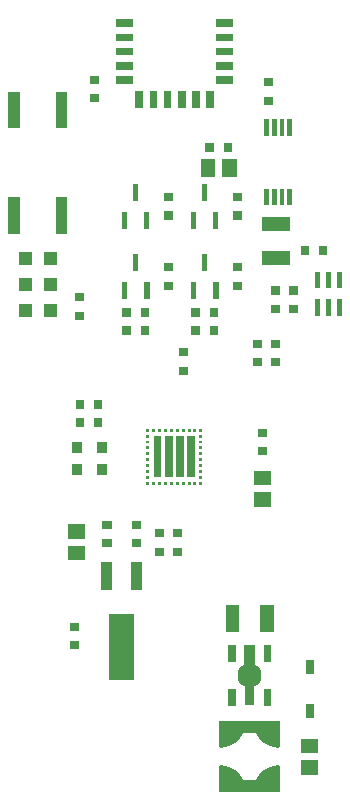
<source format=gbr>
G04 start of page 12 for group -4015 idx -4015 *
G04 Title: (unknown), toppaste *
G04 Creator: pcb 1.99z *
G04 CreationDate: Tue Jan  9 22:59:25 2018 UTC *
G04 For: matt *
G04 Format: Gerber/RS-274X *
G04 PCB-Dimensions (mm): 60.96 109.22 *
G04 PCB-Coordinate-Origin: lower left *
%MOMM*%
%FSLAX43Y43*%
%LNTOPPASTE*%
%ADD84C,0.500*%
%ADD83C,0.350*%
%ADD82C,0.002*%
G54D82*G36*
X21476Y45795D02*Y44546D01*
X22924D01*
Y45795D01*
X21476D01*
G37*
G36*
Y47595D02*Y46345D01*
X22924D01*
Y47595D01*
X21476D01*
G37*
G36*
X35724Y78494D02*X34475D01*
Y77046D01*
X35724D01*
Y78494D01*
G37*
G36*
X33925D02*X32676D01*
Y77046D01*
X33925D01*
Y78494D01*
G37*
G36*
X35318Y79902D02*X34632D01*
Y79138D01*
X35318D01*
Y79902D01*
G37*
G36*
X33768D02*X33082D01*
Y79138D01*
X33768D01*
Y79902D01*
G37*
G36*
X35955Y40799D02*X34805D01*
Y38449D01*
X35955D01*
Y40799D01*
G37*
G36*
X38855D02*X37705D01*
Y38449D01*
X38855D01*
Y40799D01*
G37*
G54D83*X37545Y25965D02*X37980Y26510D01*
X38565Y26880D01*
X39260Y27070D01*
X35680Y26510D02*X36115Y25965D01*
X35095Y26880D02*X35680Y26510D01*
X34400Y27070D02*X35095Y26880D01*
X37545Y29915D02*X37980Y29370D01*
X38565Y29000D01*
X39260Y28810D01*
X35680Y29370D02*X36115Y29915D01*
X35095Y29000D02*X35680Y29370D01*
X34400Y28810D02*X35095Y29000D01*
G54D82*G36*
X34255Y25965D02*Y24965D01*
X39405D01*
Y25965D01*
X34255D01*
G37*
G36*
Y30915D02*Y29915D01*
X39405D01*
Y30915D01*
X34255D01*
G37*
G36*
X38075Y29915D02*Y29100D01*
X39405D01*
Y29915D01*
X38075D01*
G37*
G36*
X34255D02*Y29100D01*
X35585D01*
Y29915D01*
X34255D01*
G37*
G36*
Y26780D02*Y25965D01*
X35585D01*
Y26780D01*
X34255D01*
G37*
G36*
X38075D02*Y25965D01*
X39405D01*
Y26780D01*
X38075D01*
G37*
G36*
X38665Y27090D02*Y26780D01*
X39405D01*
Y27090D01*
X38665D01*
G37*
G36*
X34255D02*Y26780D01*
X34995D01*
Y27090D01*
X34255D01*
G37*
G36*
Y29100D02*Y28790D01*
X34995D01*
Y29100D01*
X34255D01*
G37*
G36*
X38665D02*Y28790D01*
X39405D01*
Y29100D01*
X38665D01*
G37*
G36*
X38075Y29915D02*X37685D01*
Y29465D01*
X38075D01*
Y29915D01*
G37*
G36*
X35975D02*X35585D01*
Y29465D01*
X35975D01*
Y29915D01*
G37*
G36*
Y26415D02*X35585D01*
Y25965D01*
X35975D01*
Y26415D01*
G37*
G36*
X38075D02*X37685D01*
Y25965D01*
X38075D01*
Y26415D01*
G37*
G36*
X41186Y29464D02*Y28215D01*
X42634D01*
Y29464D01*
X41186D01*
G37*
G36*
Y27665D02*Y26416D01*
X42634D01*
Y27665D01*
X41186D01*
G37*
G36*
X37176Y52144D02*Y50895D01*
X38624D01*
Y52144D01*
X37176D01*
G37*
G36*
Y50345D02*Y49096D01*
X38624D01*
Y50345D01*
X37176D01*
G37*
G36*
X22018Y67162D02*Y66478D01*
X22782D01*
Y67162D01*
X22018D01*
G37*
G36*
Y65612D02*Y64927D01*
X22782D01*
Y65612D01*
X22018D01*
G37*
G36*
X21624Y39240D02*Y38554D01*
X22388D01*
Y39240D01*
X21624D01*
G37*
G36*
Y37690D02*Y37004D01*
X22388D01*
Y37690D01*
X21624D01*
G37*
G36*
X23318Y84038D02*Y83352D01*
X24082D01*
Y84038D01*
X23318D01*
G37*
G36*
Y85588D02*Y84902D01*
X24082D01*
Y85588D01*
X23318D01*
G37*
G36*
X25505Y85555D02*Y84905D01*
X26955D01*
Y85555D01*
X25505D01*
G37*
G36*
Y86755D02*Y86105D01*
X26955D01*
Y86755D01*
X25505D01*
G37*
G36*
Y87955D02*Y87305D01*
X26955D01*
Y87955D01*
X25505D01*
G37*
G36*
Y89155D02*Y88505D01*
X26955D01*
Y89155D01*
X25505D01*
G37*
G36*
Y90355D02*Y89705D01*
X26955D01*
Y90355D01*
X25505D01*
G37*
G36*
X27805Y84305D02*X27155D01*
Y82855D01*
X27805D01*
Y84305D01*
G37*
G36*
X29005D02*X28355D01*
Y82855D01*
X29005D01*
Y84305D01*
G37*
G36*
X30205D02*X29555D01*
Y82855D01*
X30205D01*
Y84305D01*
G37*
G36*
X31405D02*X30755D01*
Y82855D01*
X31405D01*
Y84305D01*
G37*
G36*
X32605D02*X31955D01*
Y82855D01*
X32605D01*
Y84305D01*
G37*
G36*
X33805D02*X33155D01*
Y82855D01*
X33805D01*
Y84305D01*
G37*
G36*
X34005Y85555D02*Y84905D01*
X35455D01*
Y85555D01*
X34005D01*
G37*
G36*
Y86755D02*Y86105D01*
X35455D01*
Y86755D01*
X34005D01*
G37*
G36*
Y87955D02*Y87305D01*
X35455D01*
Y87955D01*
X34005D01*
G37*
G36*
Y89155D02*Y88505D01*
X35455D01*
Y89155D01*
X34005D01*
G37*
G36*
Y90355D02*Y89705D01*
X35455D01*
Y90355D01*
X34005D01*
G37*
G36*
X26868Y47888D02*Y47202D01*
X27632D01*
Y47888D01*
X26868D01*
G37*
G36*
Y46338D02*Y45652D01*
X27632D01*
Y46338D01*
X26868D01*
G37*
G36*
X24368Y47888D02*Y47202D01*
X25132D01*
Y47888D01*
X24368D01*
G37*
G36*
Y46338D02*Y45652D01*
X25132D01*
Y46338D01*
X24368D01*
G37*
G54D84*X36110Y34418D02*X36350Y34178D01*
X37310D02*X37550Y34418D01*
X37310Y35418D02*X37550Y35178D01*
X36110D02*X36350Y35418D01*
G54D82*G36*
X35655Y37373D02*X35005D01*
Y35923D01*
X35655D01*
Y37373D01*
G37*
G36*
Y33673D02*X35005D01*
Y32223D01*
X35655D01*
Y33673D01*
G37*
G36*
X35855Y35173D02*Y34423D01*
X37805D01*
Y35173D01*
X35855D01*
G37*
G36*
X38655Y37373D02*X38005D01*
Y35923D01*
X38655D01*
Y37373D01*
G37*
G36*
Y33673D02*X38005D01*
Y32223D01*
X38655D01*
Y33673D01*
G37*
G36*
X37305Y37373D02*X36355D01*
Y34973D01*
X37305D01*
Y37373D01*
G37*
G36*
X37205Y34573D02*X36455D01*
Y32323D01*
X37205D01*
Y34573D01*
G37*
G36*
X42235Y36085D02*X41585D01*
Y34935D01*
X42235D01*
Y36085D01*
G37*
G36*
Y32385D02*X41585D01*
Y31235D01*
X42235D01*
Y32385D01*
G37*
G36*
X22818Y58102D02*X22132D01*
Y57338D01*
X22818D01*
Y58102D01*
G37*
G36*
X24368D02*X23682D01*
Y57338D01*
X24368D01*
Y58102D01*
G37*
G36*
X30818Y62512D02*Y61828D01*
X31582D01*
Y62512D01*
X30818D01*
G37*
G36*
Y60962D02*Y60278D01*
X31582D01*
Y60962D01*
X30818D01*
G37*
G36*
X37518Y55662D02*Y54978D01*
X38282D01*
Y55662D01*
X37518D01*
G37*
G36*
Y54112D02*Y53428D01*
X38282D01*
Y54112D01*
X37518D01*
G37*
G36*
X32294Y68104D02*X31846D01*
Y66706D01*
X32294D01*
Y68104D01*
G37*
G36*
X33244Y70454D02*X32796D01*
Y69056D01*
X33244D01*
Y70454D01*
G37*
G36*
X34194Y68104D02*X33746D01*
Y66706D01*
X34194D01*
Y68104D01*
G37*
G36*
X34138Y64390D02*X33452D01*
Y63626D01*
X34138D01*
Y64390D01*
G37*
G36*
X32588D02*X31902D01*
Y63626D01*
X32588D01*
Y64390D01*
G37*
G36*
X34138Y65914D02*X33452D01*
Y65150D01*
X34138D01*
Y65914D01*
G37*
G36*
X32588D02*X31902D01*
Y65150D01*
X32588D01*
Y65914D01*
G37*
G36*
X35432Y68148D02*Y67462D01*
X36196D01*
Y68148D01*
X35432D01*
G37*
G36*
Y69698D02*Y69012D01*
X36196D01*
Y69698D01*
X35432D01*
G37*
G36*
X28296Y64390D02*X27610D01*
Y63626D01*
X28296D01*
Y64390D01*
G37*
G36*
X26746D02*X26060D01*
Y63626D01*
X26746D01*
Y64390D01*
G37*
G36*
X28296Y65914D02*X27610D01*
Y65150D01*
X28296D01*
Y65914D01*
G37*
G36*
X26746D02*X26060D01*
Y65150D01*
X26746D01*
Y65914D01*
G37*
G36*
X29590Y68148D02*Y67462D01*
X30354D01*
Y68148D01*
X29590D01*
G37*
G36*
Y69698D02*Y69012D01*
X30354D01*
Y69698D01*
X29590D01*
G37*
G36*
X26452Y68104D02*X26004D01*
Y66706D01*
X26452D01*
Y68104D01*
G37*
G36*
X27402Y70454D02*X26954D01*
Y69056D01*
X27402D01*
Y70454D01*
G37*
G36*
X28352Y68104D02*X27904D01*
Y66706D01*
X28352D01*
Y68104D01*
G37*
G36*
X22621Y54607D02*X21771D01*
Y53657D01*
X22621D01*
Y54607D01*
G37*
G36*
X24721D02*X23871D01*
Y53657D01*
X24721D01*
Y54607D01*
G37*
G36*
X22621Y52707D02*X21771D01*
Y51757D01*
X22621D01*
Y52707D01*
G37*
G36*
X24721D02*X23871D01*
Y51757D01*
X24721D01*
Y52707D01*
G37*
G36*
X24368Y56602D02*X23682D01*
Y55838D01*
X24368D01*
Y56602D01*
G37*
G36*
X22818D02*X22132D01*
Y55838D01*
X22818D01*
Y56602D01*
G37*
G36*
X35412Y74088D02*Y73402D01*
X36176D01*
Y74088D01*
X35412D01*
G37*
G36*
Y75638D02*Y74952D01*
X36176D01*
Y75638D01*
X35412D01*
G37*
G36*
X29570Y74088D02*Y73402D01*
X30334D01*
Y74088D01*
X29570D01*
G37*
G36*
Y75638D02*Y74952D01*
X30334D01*
Y75638D01*
X29570D01*
G37*
G36*
X26432Y74044D02*X25984D01*
Y72646D01*
X26432D01*
Y74044D01*
G37*
G36*
X27382Y76394D02*X26934D01*
Y74996D01*
X27382D01*
Y76394D01*
G37*
G36*
X28332Y74044D02*X27884D01*
Y72646D01*
X28332D01*
Y74044D01*
G37*
G36*
X25181Y44421D02*X24279D01*
Y42019D01*
X25181D01*
Y44421D01*
G37*
G36*
X27721D02*X26819D01*
Y42019D01*
X27721D01*
Y44421D01*
G37*
G36*
X27076Y40046D02*X24924D01*
Y34394D01*
X27076D01*
Y40046D01*
G37*
G36*
X30318Y45638D02*Y44952D01*
X31082D01*
Y45638D01*
X30318D01*
G37*
G36*
Y47188D02*Y46502D01*
X31082D01*
Y47188D01*
X30318D01*
G37*
G36*
X28818Y45638D02*Y44952D01*
X29582D01*
Y45638D01*
X28818D01*
G37*
G36*
Y47188D02*Y46502D01*
X29582D01*
Y47188D01*
X28818D01*
G37*
G36*
X28074Y55696D02*Y55444D01*
X28326D01*
Y55696D01*
X28074D01*
G37*
G36*
Y55196D02*Y54944D01*
X28326D01*
Y55196D01*
X28074D01*
G37*
G36*
Y54696D02*Y54444D01*
X28326D01*
Y54696D01*
X28074D01*
G37*
G36*
Y54196D02*Y53944D01*
X28326D01*
Y54196D01*
X28074D01*
G37*
G36*
Y53696D02*Y53444D01*
X28326D01*
Y53696D01*
X28074D01*
G37*
G36*
Y53196D02*Y52944D01*
X28326D01*
Y53196D01*
X28074D01*
G37*
G36*
Y52696D02*Y52444D01*
X28326D01*
Y52696D01*
X28074D01*
G37*
G36*
Y52196D02*Y51944D01*
X28326D01*
Y52196D01*
X28074D01*
G37*
G36*
Y51696D02*Y51444D01*
X28326D01*
Y51696D01*
X28074D01*
G37*
G36*
Y51196D02*Y50944D01*
X28326D01*
Y51196D01*
X28074D01*
G37*
G36*
X28574D02*Y50944D01*
X28826D01*
Y51196D01*
X28574D01*
G37*
G36*
X29074D02*Y50944D01*
X29326D01*
Y51196D01*
X29074D01*
G37*
G36*
X29574D02*Y50944D01*
X29826D01*
Y51196D01*
X29574D01*
G37*
G36*
X30074D02*Y50944D01*
X30326D01*
Y51196D01*
X30074D01*
G37*
G36*
X30574D02*Y50944D01*
X30826D01*
Y51196D01*
X30574D01*
G37*
G36*
X31074D02*Y50944D01*
X31326D01*
Y51196D01*
X31074D01*
G37*
G36*
X31574D02*Y50944D01*
X31826D01*
Y51196D01*
X31574D01*
G37*
G36*
X32074D02*Y50944D01*
X32326D01*
Y51196D01*
X32074D01*
G37*
G36*
X32574D02*Y50944D01*
X32826D01*
Y51196D01*
X32574D01*
G37*
G36*
Y51696D02*Y51444D01*
X32826D01*
Y51696D01*
X32574D01*
G37*
G36*
Y52196D02*Y51944D01*
X32826D01*
Y52196D01*
X32574D01*
G37*
G36*
Y52696D02*Y52444D01*
X32826D01*
Y52696D01*
X32574D01*
G37*
G36*
Y53196D02*Y52944D01*
X32826D01*
Y53196D01*
X32574D01*
G37*
G36*
Y53696D02*Y53444D01*
X32826D01*
Y53696D01*
X32574D01*
G37*
G36*
Y54196D02*Y53944D01*
X32826D01*
Y54196D01*
X32574D01*
G37*
G36*
Y54696D02*Y54444D01*
X32826D01*
Y54696D01*
X32574D01*
G37*
G36*
Y55196D02*Y54944D01*
X32826D01*
Y55196D01*
X32574D01*
G37*
G36*
Y55696D02*Y55444D01*
X32826D01*
Y55696D01*
X32574D01*
G37*
G36*
X32074D02*Y55444D01*
X32326D01*
Y55696D01*
X32074D01*
G37*
G36*
X31574D02*Y55444D01*
X31826D01*
Y55696D01*
X31574D01*
G37*
G36*
X31074D02*Y55444D01*
X31326D01*
Y55696D01*
X31074D01*
G37*
G36*
X30574D02*Y55444D01*
X30826D01*
Y55696D01*
X30574D01*
G37*
G36*
X30074D02*Y55444D01*
X30326D01*
Y55696D01*
X30074D01*
G37*
G36*
X29574D02*Y55444D01*
X29826D01*
Y55696D01*
X29574D01*
G37*
G36*
X29074D02*Y55444D01*
X29326D01*
Y55696D01*
X29074D01*
G37*
G36*
X28574D02*Y55444D01*
X28826D01*
Y55696D01*
X28574D01*
G37*
G36*
X29361Y55046D02*X28724D01*
Y51594D01*
X29361D01*
Y55046D01*
G37*
G36*
X30301D02*X29659D01*
Y51594D01*
X30301D01*
Y55046D01*
G37*
G36*
X31241D02*X30599D01*
Y51594D01*
X31241D01*
Y55046D01*
G37*
G36*
X32176D02*X31539D01*
Y51594D01*
X32176D01*
Y55046D01*
G37*
G36*
X38018Y85362D02*Y84678D01*
X38782D01*
Y85362D01*
X38018D01*
G37*
G36*
Y83812D02*Y83128D01*
X38782D01*
Y83812D01*
X38018D01*
G37*
G36*
X38618Y63238D02*Y62552D01*
X39382D01*
Y63238D01*
X38618D01*
G37*
G36*
Y61688D02*Y61002D01*
X39382D01*
Y61688D01*
X38618D01*
G37*
G36*
X37118Y63238D02*Y62552D01*
X37882D01*
Y63238D01*
X37118D01*
G37*
G36*
Y61688D02*Y61002D01*
X37882D01*
Y61688D01*
X37118D01*
G37*
G36*
X44674Y68994D02*X44226D01*
Y67596D01*
X44674D01*
Y68994D01*
G37*
G36*
X43724D02*X43276D01*
Y67596D01*
X43724D01*
Y68994D01*
G37*
G36*
X42774D02*X42326D01*
Y67596D01*
X42774D01*
Y68994D01*
G37*
G36*
Y66644D02*X42326D01*
Y65246D01*
X42774D01*
Y66644D01*
G37*
G36*
X43724D02*X43276D01*
Y65246D01*
X43724D01*
Y66644D01*
G37*
G36*
X44674D02*X44226D01*
Y65246D01*
X44674D01*
Y66644D01*
G37*
G36*
X40118Y66188D02*Y65502D01*
X40882D01*
Y66188D01*
X40118D01*
G37*
G36*
Y67738D02*Y67052D01*
X40882D01*
Y67738D01*
X40118D01*
G37*
G36*
X43418Y71202D02*X42732D01*
Y70438D01*
X43418D01*
Y71202D01*
G37*
G36*
X41868D02*X41182D01*
Y70438D01*
X41868D01*
Y71202D01*
G37*
G36*
X17400Y75320D02*X16400D01*
Y72220D01*
X17400D01*
Y75320D01*
G37*
G36*
X21400D02*X20400D01*
Y72220D01*
X21400D01*
Y75320D01*
G37*
G36*
X17400Y84220D02*X16400D01*
Y81120D01*
X17400D01*
Y84220D01*
G37*
G36*
X21400D02*X20400D01*
Y81120D01*
X21400D01*
Y84220D01*
G37*
G36*
X17275Y70695D02*Y69545D01*
X18425D01*
Y70695D01*
X17275D01*
G37*
G36*
X19375D02*Y69545D01*
X20525D01*
Y70695D01*
X19375D01*
G37*
G36*
X17275Y68495D02*Y67345D01*
X18425D01*
Y68495D01*
X17275D01*
G37*
G36*
X19375D02*Y67345D01*
X20525D01*
Y68495D01*
X19375D01*
G37*
G36*
X17275Y66295D02*Y65145D01*
X18425D01*
Y66295D01*
X17275D01*
G37*
G36*
X19375D02*Y65145D01*
X20525D01*
Y66295D01*
X19375D01*
G37*
G36*
X32274Y74044D02*X31826D01*
Y72646D01*
X32274D01*
Y74044D01*
G37*
G36*
X33224Y76394D02*X32776D01*
Y74996D01*
X33224D01*
Y76394D01*
G37*
G36*
X34174Y74044D02*X33726D01*
Y72646D01*
X34174D01*
Y74044D01*
G37*
G36*
X37882Y70705D02*Y69556D01*
X40232D01*
Y70705D01*
X37882D01*
G37*
G36*
Y73605D02*Y72456D01*
X40232D01*
Y73605D01*
X37882D01*
G37*
G36*
X38475Y76020D02*X38075D01*
Y74620D01*
X38475D01*
Y76020D01*
G37*
G36*
X39125D02*X38725D01*
Y74620D01*
X39125D01*
Y76020D01*
G37*
G36*
X39775D02*X39375D01*
Y74620D01*
X39775D01*
Y76020D01*
G37*
G36*
X40425D02*X40025D01*
Y74620D01*
X40425D01*
Y76020D01*
G37*
G36*
Y81920D02*X40025D01*
Y80520D01*
X40425D01*
Y81920D01*
G37*
G36*
X39775D02*X39375D01*
Y80520D01*
X39775D01*
Y81920D01*
G37*
G36*
X39125D02*X38725D01*
Y80520D01*
X39125D01*
Y81920D01*
G37*
G36*
X38475D02*X38075D01*
Y80520D01*
X38475D01*
Y81920D01*
G37*
G36*
X38618Y66188D02*Y65502D01*
X39382D01*
Y66188D01*
X38618D01*
G37*
G36*
Y67738D02*Y67052D01*
X39382D01*
Y67738D01*
X38618D01*
G37*
M02*

</source>
